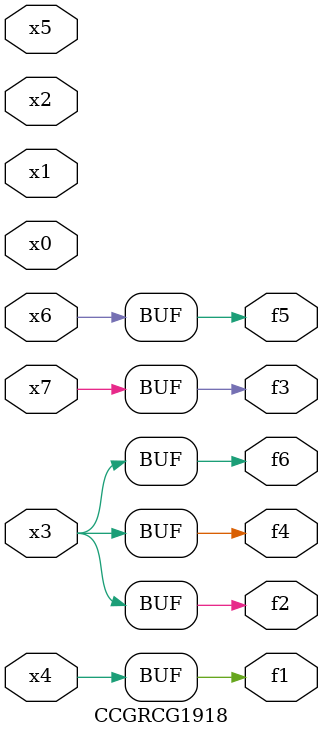
<source format=v>
module CCGRCG1918(
	input x0, x1, x2, x3, x4, x5, x6, x7,
	output f1, f2, f3, f4, f5, f6
);
	assign f1 = x4;
	assign f2 = x3;
	assign f3 = x7;
	assign f4 = x3;
	assign f5 = x6;
	assign f6 = x3;
endmodule

</source>
